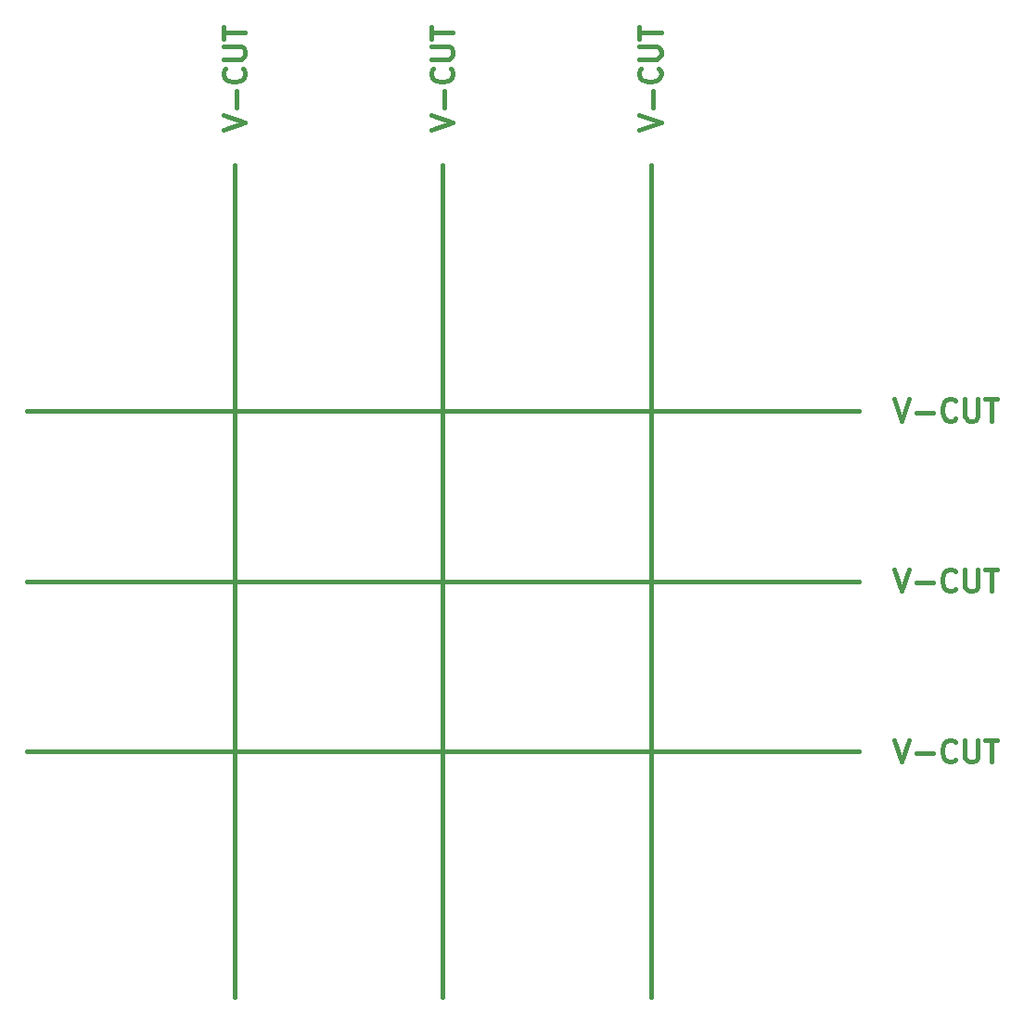
<source format=gbr>
G04 #@! TF.GenerationSoftware,KiCad,Pcbnew,7.0.2-6a45011f42~172~ubuntu22.04.1*
G04 #@! TF.CreationDate,2023-06-12T10:15:53+08:00*
G04 #@! TF.ProjectId,panel_2_2,70616e65-6c5f-4325-9f32-2e6b69636164,rev?*
G04 #@! TF.SameCoordinates,Original*
G04 #@! TF.FileFunction,Other,Comment*
%FSLAX46Y46*%
G04 Gerber Fmt 4.6, Leading zero omitted, Abs format (unit mm)*
G04 Created by KiCad (PCBNEW 7.0.2-6a45011f42~172~ubuntu22.04.1) date 2023-06-12 10:15:53*
%MOMM*%
%LPD*%
G01*
G04 APERTURE LIST*
%ADD10C,0.400000*%
G04 APERTURE END LIST*
D10*
X-3000000Y-35000000D02*
X73000000Y-35000000D01*
X16035000Y3000000D02*
X16035000Y-73000000D01*
X34995000Y3000000D02*
X34995000Y-73000000D01*
X53975000Y3000000D02*
X53975000Y-73000000D01*
X-3000000Y-50560000D02*
X73000000Y-50560000D01*
X-3000000Y-19440000D02*
X73000000Y-19440000D01*
X76190476Y-33925238D02*
X76857142Y-35925238D01*
X76857142Y-35925238D02*
X77523809Y-33925238D01*
X78190476Y-35163333D02*
X79714286Y-35163333D01*
X81809523Y-35734761D02*
X81714285Y-35830000D01*
X81714285Y-35830000D02*
X81428571Y-35925238D01*
X81428571Y-35925238D02*
X81238095Y-35925238D01*
X81238095Y-35925238D02*
X80952380Y-35830000D01*
X80952380Y-35830000D02*
X80761904Y-35639523D01*
X80761904Y-35639523D02*
X80666666Y-35449047D01*
X80666666Y-35449047D02*
X80571428Y-35068095D01*
X80571428Y-35068095D02*
X80571428Y-34782380D01*
X80571428Y-34782380D02*
X80666666Y-34401428D01*
X80666666Y-34401428D02*
X80761904Y-34210952D01*
X80761904Y-34210952D02*
X80952380Y-34020476D01*
X80952380Y-34020476D02*
X81238095Y-33925238D01*
X81238095Y-33925238D02*
X81428571Y-33925238D01*
X81428571Y-33925238D02*
X81714285Y-34020476D01*
X81714285Y-34020476D02*
X81809523Y-34115714D01*
X82666666Y-33925238D02*
X82666666Y-35544285D01*
X82666666Y-35544285D02*
X82761904Y-35734761D01*
X82761904Y-35734761D02*
X82857142Y-35830000D01*
X82857142Y-35830000D02*
X83047618Y-35925238D01*
X83047618Y-35925238D02*
X83428571Y-35925238D01*
X83428571Y-35925238D02*
X83619047Y-35830000D01*
X83619047Y-35830000D02*
X83714285Y-35734761D01*
X83714285Y-35734761D02*
X83809523Y-35544285D01*
X83809523Y-35544285D02*
X83809523Y-33925238D01*
X84476190Y-33925238D02*
X85619047Y-33925238D01*
X85047618Y-35925238D02*
X85047618Y-33925238D01*
X33920238Y6190477D02*
X35920238Y6857143D01*
X35920238Y6857143D02*
X33920238Y7523810D01*
X35158333Y8190477D02*
X35158333Y9714286D01*
X35729761Y11809524D02*
X35825000Y11714286D01*
X35825000Y11714286D02*
X35920238Y11428572D01*
X35920238Y11428572D02*
X35920238Y11238096D01*
X35920238Y11238096D02*
X35825000Y10952381D01*
X35825000Y10952381D02*
X35634523Y10761905D01*
X35634523Y10761905D02*
X35444047Y10666667D01*
X35444047Y10666667D02*
X35063095Y10571429D01*
X35063095Y10571429D02*
X34777380Y10571429D01*
X34777380Y10571429D02*
X34396428Y10666667D01*
X34396428Y10666667D02*
X34205952Y10761905D01*
X34205952Y10761905D02*
X34015476Y10952381D01*
X34015476Y10952381D02*
X33920238Y11238096D01*
X33920238Y11238096D02*
X33920238Y11428572D01*
X33920238Y11428572D02*
X34015476Y11714286D01*
X34015476Y11714286D02*
X34110714Y11809524D01*
X33920238Y12666667D02*
X35539285Y12666667D01*
X35539285Y12666667D02*
X35729761Y12761905D01*
X35729761Y12761905D02*
X35825000Y12857143D01*
X35825000Y12857143D02*
X35920238Y13047619D01*
X35920238Y13047619D02*
X35920238Y13428572D01*
X35920238Y13428572D02*
X35825000Y13619048D01*
X35825000Y13619048D02*
X35729761Y13714286D01*
X35729761Y13714286D02*
X35539285Y13809524D01*
X35539285Y13809524D02*
X33920238Y13809524D01*
X33920238Y14476191D02*
X33920238Y15619048D01*
X35920238Y15047619D02*
X33920238Y15047619D01*
X76190476Y-49485238D02*
X76857142Y-51485238D01*
X76857142Y-51485238D02*
X77523809Y-49485238D01*
X78190476Y-50723333D02*
X79714286Y-50723333D01*
X81809523Y-51294761D02*
X81714285Y-51390000D01*
X81714285Y-51390000D02*
X81428571Y-51485238D01*
X81428571Y-51485238D02*
X81238095Y-51485238D01*
X81238095Y-51485238D02*
X80952380Y-51390000D01*
X80952380Y-51390000D02*
X80761904Y-51199523D01*
X80761904Y-51199523D02*
X80666666Y-51009047D01*
X80666666Y-51009047D02*
X80571428Y-50628095D01*
X80571428Y-50628095D02*
X80571428Y-50342380D01*
X80571428Y-50342380D02*
X80666666Y-49961428D01*
X80666666Y-49961428D02*
X80761904Y-49770952D01*
X80761904Y-49770952D02*
X80952380Y-49580476D01*
X80952380Y-49580476D02*
X81238095Y-49485238D01*
X81238095Y-49485238D02*
X81428571Y-49485238D01*
X81428571Y-49485238D02*
X81714285Y-49580476D01*
X81714285Y-49580476D02*
X81809523Y-49675714D01*
X82666666Y-49485238D02*
X82666666Y-51104285D01*
X82666666Y-51104285D02*
X82761904Y-51294761D01*
X82761904Y-51294761D02*
X82857142Y-51390000D01*
X82857142Y-51390000D02*
X83047618Y-51485238D01*
X83047618Y-51485238D02*
X83428571Y-51485238D01*
X83428571Y-51485238D02*
X83619047Y-51390000D01*
X83619047Y-51390000D02*
X83714285Y-51294761D01*
X83714285Y-51294761D02*
X83809523Y-51104285D01*
X83809523Y-51104285D02*
X83809523Y-49485238D01*
X84476190Y-49485238D02*
X85619047Y-49485238D01*
X85047618Y-51485238D02*
X85047618Y-49485238D01*
X52900238Y6190477D02*
X54900238Y6857143D01*
X54900238Y6857143D02*
X52900238Y7523810D01*
X54138333Y8190477D02*
X54138333Y9714286D01*
X54709761Y11809524D02*
X54805000Y11714286D01*
X54805000Y11714286D02*
X54900238Y11428572D01*
X54900238Y11428572D02*
X54900238Y11238096D01*
X54900238Y11238096D02*
X54805000Y10952381D01*
X54805000Y10952381D02*
X54614523Y10761905D01*
X54614523Y10761905D02*
X54424047Y10666667D01*
X54424047Y10666667D02*
X54043095Y10571429D01*
X54043095Y10571429D02*
X53757380Y10571429D01*
X53757380Y10571429D02*
X53376428Y10666667D01*
X53376428Y10666667D02*
X53185952Y10761905D01*
X53185952Y10761905D02*
X52995476Y10952381D01*
X52995476Y10952381D02*
X52900238Y11238096D01*
X52900238Y11238096D02*
X52900238Y11428572D01*
X52900238Y11428572D02*
X52995476Y11714286D01*
X52995476Y11714286D02*
X53090714Y11809524D01*
X52900238Y12666667D02*
X54519285Y12666667D01*
X54519285Y12666667D02*
X54709761Y12761905D01*
X54709761Y12761905D02*
X54805000Y12857143D01*
X54805000Y12857143D02*
X54900238Y13047619D01*
X54900238Y13047619D02*
X54900238Y13428572D01*
X54900238Y13428572D02*
X54805000Y13619048D01*
X54805000Y13619048D02*
X54709761Y13714286D01*
X54709761Y13714286D02*
X54519285Y13809524D01*
X54519285Y13809524D02*
X52900238Y13809524D01*
X52900238Y14476191D02*
X52900238Y15619048D01*
X54900238Y15047619D02*
X52900238Y15047619D01*
X76190476Y-18365238D02*
X76857142Y-20365238D01*
X76857142Y-20365238D02*
X77523809Y-18365238D01*
X78190476Y-19603333D02*
X79714286Y-19603333D01*
X81809523Y-20174761D02*
X81714285Y-20270000D01*
X81714285Y-20270000D02*
X81428571Y-20365238D01*
X81428571Y-20365238D02*
X81238095Y-20365238D01*
X81238095Y-20365238D02*
X80952380Y-20270000D01*
X80952380Y-20270000D02*
X80761904Y-20079523D01*
X80761904Y-20079523D02*
X80666666Y-19889047D01*
X80666666Y-19889047D02*
X80571428Y-19508095D01*
X80571428Y-19508095D02*
X80571428Y-19222380D01*
X80571428Y-19222380D02*
X80666666Y-18841428D01*
X80666666Y-18841428D02*
X80761904Y-18650952D01*
X80761904Y-18650952D02*
X80952380Y-18460476D01*
X80952380Y-18460476D02*
X81238095Y-18365238D01*
X81238095Y-18365238D02*
X81428571Y-18365238D01*
X81428571Y-18365238D02*
X81714285Y-18460476D01*
X81714285Y-18460476D02*
X81809523Y-18555714D01*
X82666666Y-18365238D02*
X82666666Y-19984285D01*
X82666666Y-19984285D02*
X82761904Y-20174761D01*
X82761904Y-20174761D02*
X82857142Y-20270000D01*
X82857142Y-20270000D02*
X83047618Y-20365238D01*
X83047618Y-20365238D02*
X83428571Y-20365238D01*
X83428571Y-20365238D02*
X83619047Y-20270000D01*
X83619047Y-20270000D02*
X83714285Y-20174761D01*
X83714285Y-20174761D02*
X83809523Y-19984285D01*
X83809523Y-19984285D02*
X83809523Y-18365238D01*
X84476190Y-18365238D02*
X85619047Y-18365238D01*
X85047618Y-20365238D02*
X85047618Y-18365238D01*
X14960238Y6190477D02*
X16960238Y6857143D01*
X16960238Y6857143D02*
X14960238Y7523810D01*
X16198333Y8190477D02*
X16198333Y9714286D01*
X16769761Y11809524D02*
X16865000Y11714286D01*
X16865000Y11714286D02*
X16960238Y11428572D01*
X16960238Y11428572D02*
X16960238Y11238096D01*
X16960238Y11238096D02*
X16865000Y10952381D01*
X16865000Y10952381D02*
X16674523Y10761905D01*
X16674523Y10761905D02*
X16484047Y10666667D01*
X16484047Y10666667D02*
X16103095Y10571429D01*
X16103095Y10571429D02*
X15817380Y10571429D01*
X15817380Y10571429D02*
X15436428Y10666667D01*
X15436428Y10666667D02*
X15245952Y10761905D01*
X15245952Y10761905D02*
X15055476Y10952381D01*
X15055476Y10952381D02*
X14960238Y11238096D01*
X14960238Y11238096D02*
X14960238Y11428572D01*
X14960238Y11428572D02*
X15055476Y11714286D01*
X15055476Y11714286D02*
X15150714Y11809524D01*
X14960238Y12666667D02*
X16579285Y12666667D01*
X16579285Y12666667D02*
X16769761Y12761905D01*
X16769761Y12761905D02*
X16865000Y12857143D01*
X16865000Y12857143D02*
X16960238Y13047619D01*
X16960238Y13047619D02*
X16960238Y13428572D01*
X16960238Y13428572D02*
X16865000Y13619048D01*
X16865000Y13619048D02*
X16769761Y13714286D01*
X16769761Y13714286D02*
X16579285Y13809524D01*
X16579285Y13809524D02*
X14960238Y13809524D01*
X14960238Y14476191D02*
X14960238Y15619048D01*
X16960238Y15047619D02*
X14960238Y15047619D01*
M02*

</source>
